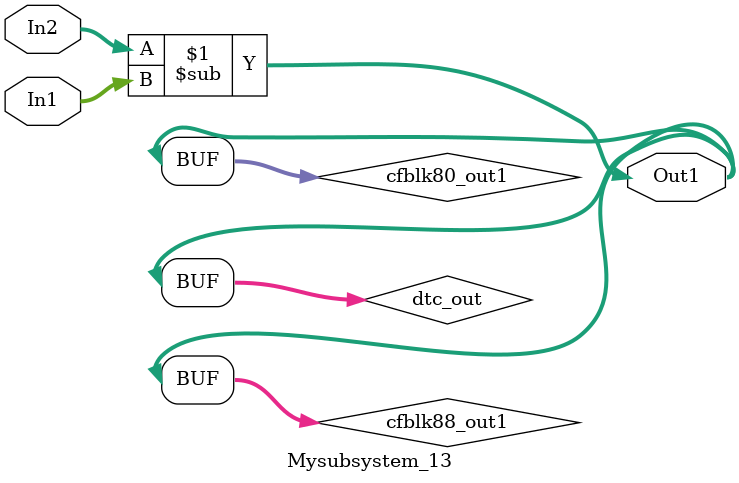
<source format=v>



`timescale 1 ns / 1 ns

module Mysubsystem_13
          (In1,
           In2,
           Out1);


  input   [7:0] In1;  // uint8
  input   [7:0] In2;  // uint8
  output  [7:0] Out1;  // uint8


  wire [7:0] cfblk88_out1;  // uint8
  wire [7:0] dtc_out;  // ufix8
  wire [7:0] cfblk80_out1;  // uint8


  assign cfblk88_out1 = In2 - In1;



  assign dtc_out = cfblk88_out1;



  assign cfblk80_out1 = dtc_out;



  assign Out1 = cfblk80_out1;

endmodule  // Mysubsystem_13


</source>
